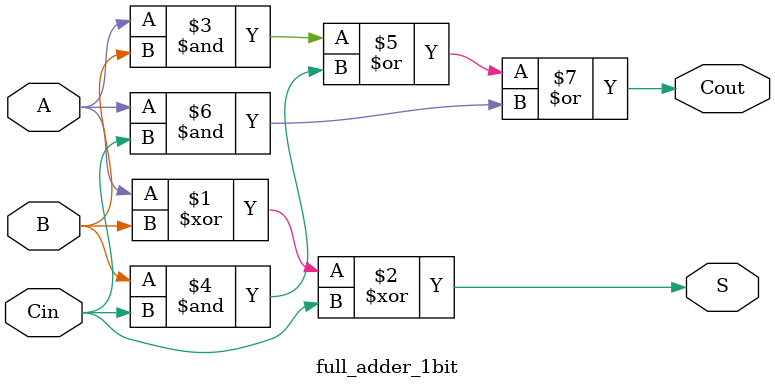
<source format=v>
module full_adder_1bit(S, Cout, A, B, Cin);

input A, B, Cin;
output Cout, S;

assign S = A ^ B ^ Cin;

assign Cout = (A & B) | (B & Cin) | (A & Cin);

endmodule

</source>
